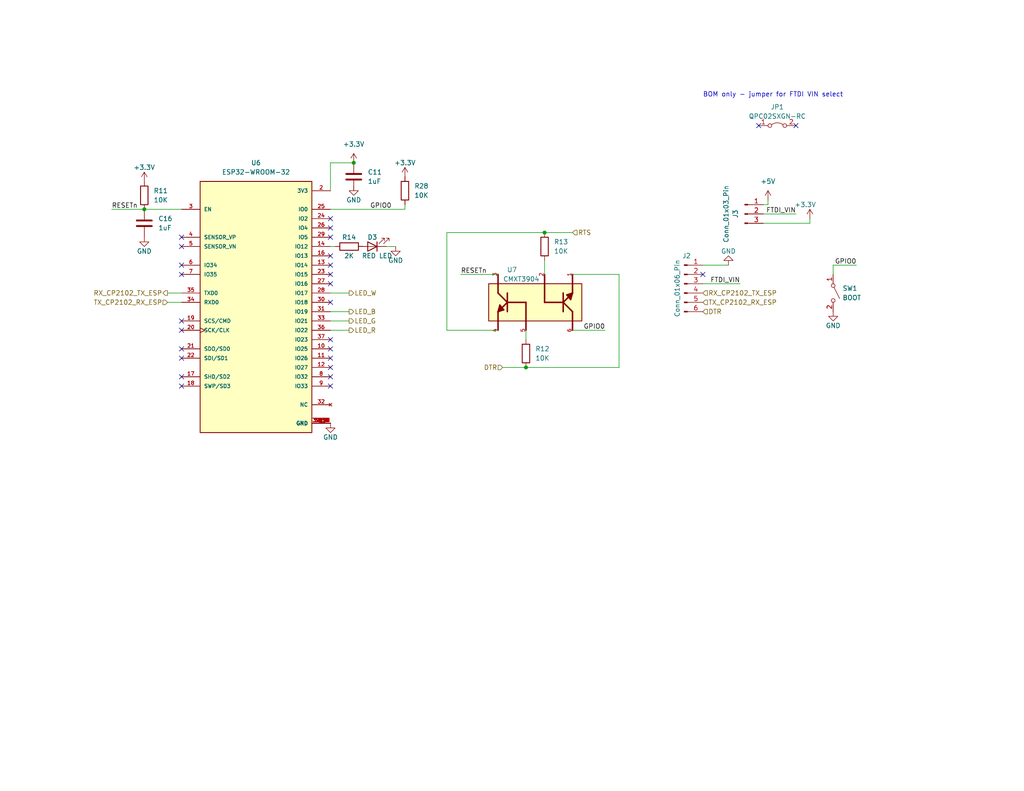
<source format=kicad_sch>
(kicad_sch (version 20230121) (generator eeschema)
  (paper "USLetter")
  (title_block (title "RGB LED Driver Demo Board") (date "2024-01-02") (rev "A02") (company "The Art and Science of PCB Design"))
  (lib_symbols
    (symbol "Connector:Conn_01x03_Pin" (pin_names (offset 1.016) hide)
      (property "Reference" "J" (at 0 5.08 0))
      (property "Value" "Conn_01x03_Pin" (at 0 -5.08 0))
      (symbol "Conn_01x03_Pin_1_1"
        (polyline (pts (xy 1.27 -2.54) (xy 0.8636 -2.54)) (stroke (width 0.1524)))
        (polyline (pts (xy 1.27 0) (xy 0.8636 0)) (stroke (width 0.1524)))
        (polyline (pts (xy 1.27 2.54) (xy 0.8636 2.54)) (stroke (width 0.1524)))
        (rectangle (start 0.8636 -2.413) (end 0 -2.667) (stroke (width 0.1524)) (fill (type outline)))
        (rectangle (start 0.8636 0.127) (end 0 -0.127) (stroke (width 0.1524)) (fill (type outline)))
        (rectangle (start 0.8636 2.667) (end 0 2.413) (stroke (width 0.1524)) (fill (type outline)))
        (pin passive line (at 5.08 2.54 180) (length 3.81) (name "Pin_1") (number "1"))
        (pin passive line (at 5.08 0 180) (length 3.81) (name "Pin_2") (number "2"))
        (pin passive line (at 5.08 -2.54 180) (length 3.81) (name "Pin_3") (number "3"))
      )
    )
    (symbol "Connector:Conn_01x06_Pin" (pin_names (offset 1.016) hide)
      (property "Reference" "J" (at 0 7.62 0))
      (property "Value" "Conn_01x06_Pin" (at 0 -10.16 0))
      (symbol "Conn_01x06_Pin_1_1"
        (polyline (pts (xy 1.27 -7.62) (xy 0.8636 -7.62)) (stroke (width 0.1524)))
        (polyline (pts (xy 1.27 -5.08) (xy 0.8636 -5.08)) (stroke (width 0.1524)))
        (polyline (pts (xy 1.27 -2.54) (xy 0.8636 -2.54)) (stroke (width 0.1524)))
        (polyline (pts (xy 1.27 0) (xy 0.8636 0)) (stroke (width 0.1524)))
        (polyline (pts (xy 1.27 2.54) (xy 0.8636 2.54)) (stroke (width 0.1524)))
        (polyline (pts (xy 1.27 5.08) (xy 0.8636 5.08)) (stroke (width 0.1524)))
        (rectangle (start 0.8636 -7.493) (end 0 -7.747) (stroke (width 0.1524)) (fill (type outline)))
        (rectangle (start 0.8636 -4.953) (end 0 -5.207) (stroke (width 0.1524)) (fill (type outline)))
        (rectangle (start 0.8636 -2.413) (end 0 -2.667) (stroke (width 0.1524)) (fill (type outline)))
        (rectangle (start 0.8636 0.127) (end 0 -0.127) (stroke (width 0.1524)) (fill (type outline)))
        (rectangle (start 0.8636 2.667) (end 0 2.413) (stroke (width 0.1524)) (fill (type outline)))
        (rectangle (start 0.8636 5.207) (end 0 4.953) (stroke (width 0.1524)) (fill (type outline)))
        (pin passive line (at 5.08 5.08 180) (length 3.81) (name "Pin_1") (number "1"))
        (pin passive line (at 5.08 2.54 180) (length 3.81) (name "Pin_2") (number "2"))
        (pin passive line (at 5.08 0 180) (length 3.81) (name "Pin_3") (number "3"))
        (pin passive line (at 5.08 -2.54 180) (length 3.81) (name "Pin_4") (number "4"))
        (pin passive line (at 5.08 -5.08 180) (length 3.81) (name "Pin_5") (number "5"))
        (pin passive line (at 5.08 -7.62 180) (length 3.81) (name "Pin_6") (number "6"))
      )
    )
    (symbol "Device:C" (pin_numbers hide) (pin_names (offset 0.254))
      (property "Reference" "C" (at 0.635 2.54 0))
      (property "Value" "C" (at 0.635 -2.54 0))
      (symbol "C_0_1"
        (polyline (pts (xy -2.032 -0.762) (xy 2.032 -0.762)) (stroke (width 0.508)))
        (polyline (pts (xy -2.032 0.762) (xy 2.032 0.762)) (stroke (width 0.508)))
      )
      (symbol "C_1_1"
        (pin passive line (at 0 3.81 270) (length 2.794) (name "~") (number "1"))
        (pin passive line (at 0 -3.81 90) (length 2.794) (name "~") (number "2"))
      )
    )
    (symbol "Device:LED" (pin_numbers hide) (pin_names (offset 1.016) hide)
      (property "Reference" "D" (at 0 2.54 0))
      (property "Value" "LED" (at 0 -2.54 0))
      (symbol "LED_0_1"
        (polyline (pts (xy -1.27 -1.27) (xy -1.27 1.27)) (stroke (width 0.254)))
        (polyline (pts (xy -1.27 0) (xy 1.27 0)))
        (polyline (pts (xy 1.27 -1.27) (xy 1.27 1.27) (xy -1.27 0) (xy 1.27 -1.27)) (stroke (width 0.254)))
        (polyline (pts (xy -3.048 -0.762) (xy -4.572 -2.286) (xy -3.81 -2.286) (xy -4.572 -2.286) (xy -4.572 -1.524)))
        (polyline (pts (xy -1.778 -0.762) (xy -3.302 -2.286) (xy -2.54 -2.286) (xy -3.302 -2.286) (xy -3.302 -1.524)))
      )
      (symbol "LED_1_1"
        (pin passive line (at -3.81 0 0) (length 2.54) (name "K") (number "1"))
        (pin passive line (at 3.81 0 180) (length 2.54) (name "A") (number "2"))
      )
    )
    (symbol "Device:R" (pin_numbers hide) (pin_names (offset 0))
      (property "Reference" "R" (at 2.032 0 90))
      (property "Value" "R" (at 0 0 90))
      (symbol "R_0_1"
        (rectangle (start -1.016 -2.54) (end 1.016 2.54) (stroke (width 0.254)))
      )
      (symbol "R_1_1"
        (pin passive line (at 0 3.81 270) (length 1.27) (name "~") (number "1"))
        (pin passive line (at 0 -3.81 90) (length 1.27) (name "~") (number "2"))
      )
    )
    (symbol "ESP32-WROOM-32:ESP32-WROOM-32" (pin_names (offset 1.016))
      (property "Reference" "U" (at -15.0359 36.6745 0))
      (property "Value" "ESP32-WROOM-32" (at -15.2867 -35.6681 0))
      (symbol "ESP32-WROOM-32_0_0"
        (rectangle (start -15.24 -33.02) (end 15.24 35.56) (stroke (width 0.254)) (fill (type background)))
        (pin power_in line (at 20.32 -30.48 180) (length 5.08) (name "GND") (number "1"))
        (pin bidirectional line (at 20.32 -10.16 180) (length 5.08) (name "IO25") (number "10"))
        (pin bidirectional line (at 20.32 -12.7 180) (length 5.08) (name "IO26") (number "11"))
        (pin bidirectional line (at 20.32 -15.24 180) (length 5.08) (name "IO27") (number "12"))
        (pin bidirectional line (at 20.32 12.7 180) (length 5.08) (name "IO14") (number "13"))
        (pin bidirectional line (at 20.32 17.78 180) (length 5.08) (name "IO12") (number "14"))
        (pin power_in line (at 20.32 -30.48 180) (length 5.08) (name "GND") (number "15"))
        (pin bidirectional line (at 20.32 15.24 180) (length 5.08) (name "IO13") (number "16"))
        (pin bidirectional line (at -20.32 -17.78 0) (length 5.08) (name "SHD/SD2") (number "17"))
        (pin bidirectional line (at -20.32 -20.32 0) (length 5.08) (name "SWP/SD3") (number "18"))
        (pin bidirectional line (at -20.32 -2.54 0) (length 5.08) (name "SCS/CMD") (number "19"))
        (pin power_in line (at 20.32 33.02 180) (length 5.08) (name "3V3") (number "2"))
        (pin bidirectional clock (at -20.32 -5.08 0) (length 5.08) (name "SCK/CLK") (number "20"))
        (pin bidirectional line (at -20.32 -10.16 0) (length 5.08) (name "SDO/SD0") (number "21"))
        (pin bidirectional line (at -20.32 -12.7 0) (length 5.08) (name "SDI/SD1") (number "22"))
        (pin bidirectional line (at 20.32 10.16 180) (length 5.08) (name "IO15") (number "23"))
        (pin bidirectional line (at 20.32 25.4 180) (length 5.08) (name "IO2") (number "24"))
        (pin bidirectional line (at 20.32 27.94 180) (length 5.08) (name "IO0") (number "25"))
        (pin bidirectional line (at 20.32 22.86 180) (length 5.08) (name "IO4") (number "26"))
        (pin bidirectional line (at 20.32 7.62 180) (length 5.08) (name "IO16") (number "27"))
        (pin bidirectional line (at 20.32 5.08 180) (length 5.08) (name "IO17") (number "28"))
        (pin bidirectional line (at 20.32 20.32 180) (length 5.08) (name "IO5") (number "29"))
        (pin input line (at -20.32 27.94 0) (length 5.08) (name "EN") (number "3"))
        (pin bidirectional line (at 20.32 2.54 180) (length 5.08) (name "IO18") (number "30"))
        (pin bidirectional line (at 20.32 0 180) (length 5.08) (name "IO19") (number "31"))
        (pin no_connect line (at 20.32 -25.4 180) (length 5.08) (name "NC") (number "32"))
        (pin bidirectional line (at 20.32 -2.54 180) (length 5.08) (name "IO21") (number "33"))
        (pin bidirectional line (at -20.32 2.54 0) (length 5.08) (name "RXD0") (number "34"))
        (pin bidirectional line (at -20.32 5.08 0) (length 5.08) (name "TXD0") (number "35"))
        (pin bidirectional line (at 20.32 -5.08 180) (length 5.08) (name "IO22") (number "36"))
        (pin bidirectional line (at 20.32 -7.62 180) (length 5.08) (name "IO23") (number "37"))
        (pin power_in line (at 20.32 -30.48 180) (length 5.08) (name "GND") (number "38"))
        (pin power_in line (at 20.32 -30.48 180) (length 5.08) (name "GND") (number "39_1"))
        (pin power_in line (at 20.32 -30.48 180) (length 5.08) (name "GND") (number "39_10"))
        (pin power_in line (at 20.32 -30.48 180) (length 5.08) (name "GND") (number "39_11"))
        (pin power_in line (at 20.32 -30.48 180) (length 5.08) (name "GND") (number "39_12"))
        (pin power_in line (at 20.32 -30.48 180) (length 5.08) (name "GND") (number "39_13"))
        (pin power_in line (at 20.32 -30.48 180) (length 5.08) (name "GND") (number "39_14"))
        (pin power_in line (at 20.32 -30.48 180) (length 5.08) (name "GND") (number "39_15"))
        (pin power_in line (at 20.32 -30.48 180) (length 5.08) (name "GND") (number "39_16"))
        (pin power_in line (at 20.32 -30.48 180) (length 5.08) (name "GND") (number "39_17"))
        (pin power_in line (at 20.32 -30.48 180) (length 5.08) (name "GND") (number "39_18"))
        (pin power_in line (at 20.32 -30.48 180) (length 5.08) (name "GND") (number "39_19"))
        (pin power_in line (at 20.32 -30.48 180) (length 5.08) (name "GND") (number "39_2"))
        (pin power_in line (at 20.32 -30.48 180) (length 5.08) (name "GND") (number "39_20"))
        (pin power_in line (at 20.32 -30.48 180) (length 5.08) (name "GND") (number "39_21"))
        (pin power_in line (at 20.32 -30.48 180) (length 5.08) (name "GND") (number "39_3"))
        (pin power_in line (at 20.32 -30.48 180) (length 5.08) (name "GND") (number "39_4"))
        (pin power_in line (at 20.32 -30.48 180) (length 5.08) (name "GND") (number "39_5"))
        (pin power_in line (at 20.32 -30.48 180) (length 5.08) (name "GND") (number "39_6"))
        (pin power_in line (at 20.32 -30.48 180) (length 5.08) (name "GND") (number "39_7"))
        (pin power_in line (at 20.32 -30.48 180) (length 5.08) (name "GND") (number "39_8"))
        (pin power_in line (at 20.32 -30.48 180) (length 5.08) (name "GND") (number "39_9"))
        (pin input line (at -20.32 20.32 0) (length 5.08) (name "SENSOR_VP") (number "4"))
        (pin input line (at -20.32 17.78 0) (length 5.08) (name "SENSOR_VN") (number "5"))
        (pin input line (at -20.32 12.7 0) (length 5.08) (name "IO34") (number "6"))
        (pin input line (at -20.32 10.16 0) (length 5.08) (name "IO35") (number "7"))
        (pin bidirectional line (at 20.32 -17.78 180) (length 5.08) (name "IO32") (number "8"))
        (pin bidirectional line (at 20.32 -20.32 180) (length 5.08) (name "IO33") (number "9"))
      )
    )
    (symbol "Jumper:Jumper_2_Bridged" (pin_names (offset 0) hide)
      (property "Reference" "JP" (at 0 1.905 0))
      (property "Value" "Jumper_2_Bridged" (at 0 -2.54 0))
      (symbol "Jumper_2_Bridged_0_0"
        (circle (center -2.032 0) (radius 0.508))
        (circle (center 2.032 0) (radius 0.508))
      )
      (symbol "Jumper_2_Bridged_0_1"
        (arc (start 1.524 0.254) (mid 0 0.762) (end -1.524 0.254))
      )
      (symbol "Jumper_2_Bridged_1_1"
        (pin passive line (at -5.08 0 0) (length 2.54) (name "A") (number "1"))
        (pin passive line (at 5.08 0 180) (length 2.54) (name "B") (number "2"))
      )
    )
    (symbol "MBT3904DW1T1G:MBT3904DW1T1G" (pin_names (offset 1.016))
      (property "Reference" "U" (at 0 0 0))
      (property "Value" "MBT3904DW1T1G" (at 0 0 0))
      (symbol "MBT3904DW1T1G_0_0"
        (rectangle (start -12.7 5.08) (end 12.7 -5.08) (stroke (width 0.254)) (fill (type background)))
        (polyline (pts (xy -10.16 -2.54) (xy -10.16 -7.62)) (stroke (width 0.4064)))
        (polyline (pts (xy -10.16 -2.54) (xy -8.636 -2.032)) (stroke (width 0.4064)))
        (polyline (pts (xy -10.16 2.54) (xy -10.16 7.62)) (stroke (width 0.4064)))
        (polyline (pts (xy -9.906 -1.778) (xy -9.652 -1.27)) (stroke (width 0.4064)))
        (polyline (pts (xy -9.652 -1.524) (xy -9.906 -1.778)) (stroke (width 0.4064)))
        (polyline (pts (xy -9.652 -1.27) (xy -9.398 -1.524)) (stroke (width 0.4064)))
        (polyline (pts (xy -9.652 -0.762) (xy -10.16 -2.54)) (stroke (width 0.4064)))
        (polyline (pts (xy -9.398 -2.032) (xy -9.652 -1.524)) (stroke (width 0.4064)))
        (polyline (pts (xy -9.144 -2.032) (xy -9.144 -1.778)) (stroke (width 0.4064)))
        (polyline (pts (xy -9.144 -1.778) (xy -9.398 -2.032)) (stroke (width 0.4064)))
        (polyline (pts (xy -8.636 -2.032) (xy -9.652 -0.762)) (stroke (width 0.4064)))
        (polyline (pts (xy -8.636 -2.032) (xy -9.144 -2.032)) (stroke (width 0.4064)))
        (polyline (pts (xy -7.62 0) (xy -10.16 -2.54)) (stroke (width 0.4064)))
        (polyline (pts (xy -7.62 0) (xy -10.16 2.54)) (stroke (width 0.4064)))
        (polyline (pts (xy -7.62 0) (xy -7.62 -2.54)) (stroke (width 0.4064)))
        (polyline (pts (xy -7.62 0) (xy -2.54 0)) (stroke (width 0.4064)))
        (polyline (pts (xy -7.62 2.54) (xy -7.62 0)) (stroke (width 0.4064)))
        (polyline (pts (xy -2.54 0) (xy -2.54 -7.62)) (stroke (width 0.4064)))
        (polyline (pts (xy 2.54 0) (xy 2.54 7.62)) (stroke (width 0.4064)))
        (polyline (pts (xy 7.62 -2.54) (xy 7.62 0)) (stroke (width 0.4064)))
        (polyline (pts (xy 7.62 0) (xy 2.54 0)) (stroke (width 0.4064)))
        (polyline (pts (xy 7.62 0) (xy 7.62 2.54)) (stroke (width 0.4064)))
        (polyline (pts (xy 7.62 0) (xy 10.16 -2.54)) (stroke (width 0.4064)))
        (polyline (pts (xy 7.62 0) (xy 10.16 2.54)) (stroke (width 0.4064)))
        (polyline (pts (xy 8.636 2.032) (xy 9.144 2.032)) (stroke (width 0.4064)))
        (polyline (pts (xy 8.636 2.032) (xy 9.652 0.762)) (stroke (width 0.4064)))
        (polyline (pts (xy 9.144 1.778) (xy 9.398 2.032)) (stroke (width 0.4064)))
        (polyline (pts (xy 9.144 2.032) (xy 9.144 1.778)) (stroke (width 0.4064)))
        (polyline (pts (xy 9.398 2.032) (xy 9.652 1.524)) (stroke (width 0.4064)))
        (polyline (pts (xy 9.652 0.762) (xy 10.16 2.54)) (stroke (width 0.4064)))
        (polyline (pts (xy 9.652 1.27) (xy 9.398 1.524)) (stroke (width 0.4064)))
        (polyline (pts (xy 9.652 1.524) (xy 9.906 1.778)) (stroke (width 0.4064)))
        (polyline (pts (xy 9.906 1.778) (xy 9.652 1.27)) (stroke (width 0.4064)))
        (polyline (pts (xy 10.16 -2.54) (xy 10.16 -7.62)) (stroke (width 0.4064)))
        (polyline (pts (xy 10.16 2.54) (xy 8.636 2.032)) (stroke (width 0.4064)))
        (polyline (pts (xy 10.16 2.54) (xy 10.16 7.62)) (stroke (width 0.4064)))
        (pin bidirectional line (at 10.16 7.62 90) (length 0) (name "~") (number "1"))
        (pin bidirectional line (at 2.54 7.62 90) (length 0) (name "~") (number "2"))
        (pin bidirectional line (at -10.16 7.62 90) (length 0) (name "~") (number "3"))
        (pin bidirectional line (at -10.16 -7.62 270) (length 0) (name "~") (number "4"))
        (pin bidirectional line (at -2.54 -7.62 270) (length 0) (name "~") (number "5"))
        (pin bidirectional line (at 10.16 -7.62 270) (length 0) (name "~") (number "6"))
      )
    )
    (symbol "Switch:SW_SPST" (pin_names (offset 0) hide)
      (property "Reference" "SW" (at 0 3.175 0))
      (property "Value" "SW_SPST" (at 0 -2.54 0))
      (symbol "SW_SPST_0_0"
        (circle (center -2.032 0) (radius 0.508))
        (polyline (pts (xy -1.524 0.254) (xy 1.524 1.778)))
        (circle (center 2.032 0) (radius 0.508))
      )
      (symbol "SW_SPST_1_1"
        (pin passive line (at -5.08 0 0) (length 2.54) (name "A") (number "1"))
        (pin passive line (at 5.08 0 180) (length 2.54) (name "B") (number "2"))
      )
    )
    (symbol "power:+3.3V" (power) (pin_names (offset 0))
      (property "Value" "+3.3V" (at 0 3.556 0))
      (symbol "+3.3V_0_1"
        (polyline (pts (xy -0.762 1.27) (xy 0 2.54)))
        (polyline (pts (xy 0 0) (xy 0 2.54)))
        (polyline (pts (xy 0 2.54) (xy 0.762 1.27)))
      )
      (symbol "+3.3V_1_1"
        (pin power_in line (at 0 0 90) (length 0) hide (name "+3.3V") (number "1"))
      )
    )
    (symbol "power:+5V" (power) (pin_names (offset 0))
      (property "Value" "+5V" (at 0 3.556 0))
      (symbol "+5V_0_1"
        (polyline (pts (xy -0.762 1.27) (xy 0 2.54)))
        (polyline (pts (xy 0 0) (xy 0 2.54)))
        (polyline (pts (xy 0 2.54) (xy 0.762 1.27)))
      )
      (symbol "+5V_1_1"
        (pin power_in line (at 0 0 90) (length 0) hide (name "+5V") (number "1"))
      )
    )
    (symbol "power:GND" (power) (pin_names (offset 0))
      (property "Value" "GND" (at 0 -3.81 0))
      (symbol "GND_0_1"
        (polyline (pts (xy 0 0) (xy 0 -1.27) (xy 1.27 -1.27) (xy 0 -2.54) (xy -1.27 -1.27) (xy 0 -1.27)))
      )
      (symbol "GND_1_1"
        (pin power_in line (at 0 0 270) (length 0) hide (name "GND") (number "1"))
      )
    )
  )
  (junction (at 39.37 57.15))
  (junction (at 148.59 63.5))
  (junction (at 143.51 100.33))
  (junction (at 96.52 44.45))
  (no_connect (at 49.53 97.79))
  (no_connect (at 49.53 90.17))
  (no_connect (at 49.53 74.93))
  (no_connect (at 49.53 64.77))
  (no_connect (at 90.17 100.33))
  (no_connect (at 191.77 74.93))
  (no_connect (at 49.53 102.87))
  (no_connect (at 90.17 92.71))
  (no_connect (at 49.53 87.63))
  (no_connect (at 49.53 95.25))
  (no_connect (at 49.53 67.31))
  (no_connect (at 90.17 62.23))
  (no_connect (at 207.01 34.29))
  (no_connect (at 49.53 105.41))
  (no_connect (at 90.17 59.69))
  (no_connect (at 90.17 97.79))
  (no_connect (at 90.17 64.77))
  (no_connect (at 49.53 72.39))
  (no_connect (at 217.17 34.29))
  (no_connect (at 90.17 69.85))
  (no_connect (at 90.17 74.93))
  (no_connect (at 90.17 77.47))
  (no_connect (at 90.17 95.25))
  (no_connect (at 90.17 82.55))
  (no_connect (at 90.17 105.41))
  (no_connect (at 90.17 72.39))
  (no_connect (at 90.17 102.87))
  (wire (pts (xy 168.91 100.33) (xy 143.51 100.33)))
  (wire (pts (xy 137.16 100.33) (xy 143.51 100.33)))
  (wire (pts (xy 209.55 55.88) (xy 209.55 54.61)))
  (wire (pts (xy 90.17 44.45) (xy 96.52 44.45)))
  (wire (pts (xy 45.72 82.55) (xy 49.53 82.55)))
  (wire (pts (xy 110.49 55.88) (xy 110.49 57.15)))
  (wire (pts (xy 198.755 72.39) (xy 191.77 72.39)))
  (wire (pts (xy 125.73 74.93) (xy 135.89 74.93)))
  (wire (pts (xy 90.17 52.07) (xy 90.17 44.45)))
  (wire (pts (xy 99.06 67.31) (xy 97.79 67.31)))
  (wire (pts (xy 95.25 90.17) (xy 90.17 90.17)))
  (wire (pts (xy 156.21 74.93) (xy 168.91 74.93)))
  (wire (pts (xy 107.95 67.31) (xy 105.41 67.31)))
  (wire (pts (xy 95.25 87.63) (xy 90.17 87.63)))
  (wire (pts (xy 168.91 74.93) (xy 168.91 100.33)))
  (wire (pts (xy 156.21 90.17) (xy 165.1 90.17)))
  (wire (pts (xy 201.93 77.47) (xy 191.77 77.47)))
  (wire (pts (xy 91.44 67.31) (xy 90.17 67.31)))
  (wire (pts (xy 148.59 63.5) (xy 156.21 63.5)))
  (wire (pts (xy 233.68 72.39) (xy 227.33 72.39)))
  (wire (pts (xy 39.37 57.15) (xy 49.53 57.15)))
  (wire (pts (xy 121.92 63.5) (xy 148.59 63.5)))
  (wire (pts (xy 227.33 72.39) (xy 227.33 74.93)))
  (wire (pts (xy 143.51 92.71) (xy 143.51 90.17)))
  (wire (pts (xy 208.28 58.42) (xy 217.17 58.42)))
  (wire (pts (xy 148.59 71.12) (xy 148.59 74.93)))
  (wire (pts (xy 90.17 80.01) (xy 95.25 80.01)))
  (wire (pts (xy 95.25 85.09) (xy 90.17 85.09)))
  (wire (pts (xy 135.89 90.17) (xy 121.92 90.17)))
  (wire (pts (xy 45.72 80.01) (xy 49.53 80.01)))
  (wire (pts (xy 121.92 90.17) (xy 121.92 63.5)))
  (wire (pts (xy 30.48 57.15) (xy 39.37 57.15)))
  (wire (pts (xy 220.98 59.69) (xy 220.98 60.96)))
  (wire (pts (xy 96.52 50.8) (xy 96.52 52.07)))
  (wire (pts (xy 90.17 57.15) (xy 110.49 57.15)))
  (wire (pts (xy 209.55 55.88) (xy 208.28 55.88)))
  (wire (pts (xy 220.98 60.96) (xy 208.28 60.96)))
  (text "BOM only - jumper for FTDI VIN select" (at 191.77 26.67 0) (effects (font (size 1.27 1.27)) (justify left bottom)))
  (label "GPIO0" (at 233.68 72.39 180))
  (label "RESETn" (at 30.48 57.15 0))
  (label "GPIO0" (at 165.1 90.17 180))
  (label "GPIO0" (at 100.965 57.15 0))
  (label "FTDI_VIN" (at 217.17 58.42 180))
  (label "RESETn" (at 125.73 74.93 0))
  (label "FTDI_VIN" (at 201.93 77.47 180))
  (hierarchical_label "TX_CP2102_RX_ESP" (shape input) (at 45.72 82.55 180))
  (hierarchical_label "RTS" (shape input) (at 156.21 63.5 0))
  (hierarchical_label "DTR" (shape input) (at 137.16 100.33 180))
  (hierarchical_label "LED_W" (shape output) (at 95.25 80.01 0))
  (hierarchical_label "RX_CP2102_TX_ESP" (shape input) (at 191.77 80.01 0))
  (hierarchical_label "TX_CP2102_RX_ESP" (shape input) (at 191.77 82.55 0))
  (hierarchical_label "DTR" (shape input) (at 191.77 85.09 0))
  (hierarchical_label "RX_CP2102_TX_ESP" (shape output) (at 45.72 80.01 180))
  (hierarchical_label "LED_R" (shape output) (at 95.25 90.17 0))
  (hierarchical_label "LED_B" (shape output) (at 95.25 85.09 0))
  (hierarchical_label "LED_G" (shape output) (at 95.25 87.63 0))
  (symbol (lib_id "power:GND") (at 90.17 115.57 0) (unit 1)
    (property "Reference" "#PWR026" (effects hide))
    (property "Value" "GND" (at 90.17 119.38 0))
  )
  (symbol (lib_id "Device:R") (at 39.37 53.34 0) (unit 1)
    (property "Reference" "R11" (at 41.91 52.07 0) (effects (justify left)))
    (property "Value" "10K" (at 41.91 54.61 0) (effects (justify left)))
    (property "Footprint" "Resistor_SMD:R_0805_2012Metric_Pad1.20x1.40mm_HandSolder" (effects hide))
    (property "Digikey PN" "RMCF0805FT10K0CT-ND" (effects hide))
    (property "MPN" "RMCF0805FT10K0" (effects hide))
  )
  (symbol (lib_id "Jumper:Jumper_2_Bridged") (at 212.09 34.29 0) (unit 1) (on_board no)
    (property "Reference" "JP1" (at 212.09 29.21 0))
    (property "Value" "QPC02SXGN-RC" (at 212.09 31.75 0))
    (property "Digikey PN" "S9337-ND" (effects hide))
    (property "MPN" "QPC02SXGN-RC" (effects hide))
  )
  (symbol (lib_id "power:+3.3V") (at 96.52 44.45 0) (unit 1)
    (property "Reference" "#PWR028" (effects hide))
    (property "Value" "+3.3V" (at 96.52 39.37 0))
  )
  (symbol (lib_id "power:GND") (at 96.52 50.8 0) (unit 1)
    (property "Reference" "#PWR021" (effects hide))
    (property "Value" "GND" (at 96.52 54.61 0))
  )
  (symbol (lib_id "power:+3.3V") (at 220.98 59.69 0) (unit 1)
    (property "Reference" "#PWR023" (effects hide))
    (property "Value" "+3.3V" (at 219.71 55.88 0))
  )
  (symbol (lib_id "Switch:SW_SPST") (at 227.33 80.01 270) (unit 1)
    (property "Reference" "SW1" (at 229.87 78.74 90) (effects (justify left)))
    (property "Value" "BOOT" (at 229.87 81.28 90) (effects (justify left)))
    (property "Footprint" "Button_Switch_SMD:SW_SPST_FSMSM" (effects hide))
    (property "Digikey PN" "450-1140-ND" (effects hide))
    (property "MPN" "FSMSM" (effects hide))
  )
  (symbol (lib_id "power:GND") (at 227.33 85.09 0) (unit 1)
    (property "Reference" "#PWR024" (effects hide))
    (property "Value" "GND" (at 227.33 88.9 0))
  )
  (symbol (lib_id "Device:R") (at 143.51 96.52 0) (unit 1)
    (property "Reference" "R12" (at 146.05 95.25 0) (effects (justify left)))
    (property "Value" "10K" (at 146.05 97.79 0) (effects (justify left)))
    (property "Footprint" "Resistor_SMD:R_0805_2012Metric_Pad1.20x1.40mm_HandSolder" (effects hide))
    (property "Digikey PN" "RMCF0805FT10K0CT-ND" (effects hide))
    (property "MPN" "RMCF0805FT10K0" (effects hide))
  )
  (symbol (lib_id "Device:R") (at 95.25 67.31 90) (unit 1)
    (property "Reference" "R14" (at 95.25 64.77 90))
    (property "Value" "2K" (at 95.25 69.85 90))
    (property "Footprint" "Resistor_SMD:R_0805_2012Metric_Pad1.20x1.40mm_HandSolder" (effects hide))
    (property "Digikey PN" "RMCF0805FT2K00CT-ND" (effects hide))
    (property "MPN" "RMCF0805FT2K00" (effects hide))
  )
  (symbol (lib_id "Device:LED") (at 101.6 67.31 180) (unit 1)
    (property "Reference" "D3" (at 101.6 64.77 0))
    (property "Value" "RED LED" (at 102.87 69.85 0))
    (property "Footprint" "LED_SMD:LED_0805_2012Metric_Pad1.15x1.40mm_HandSolder" (effects hide))
    (property "Digikey PN" "160-1427-1-ND" (effects hide))
    (property "MPN" "LTST-C171KRKT" (effects hide))
  )
  (symbol (lib_id "Device:R") (at 110.49 52.07 0) (unit 1)
    (property "Reference" "R28" (at 113.03 50.8 0) (effects (justify left)))
    (property "Value" "10K" (at 113.03 53.34 0) (effects (justify left)))
    (property "Footprint" "Resistor_SMD:R_0805_2012Metric_Pad1.20x1.40mm_HandSolder" (effects hide))
    (property "Digikey PN" "RMCF0805FT10K0CT-ND" (effects hide))
    (property "MPN" "RMCF0805FT10K0" (effects hide))
  )
  (symbol (lib_id "ESP32-WROOM-32:ESP32-WROOM-32") (at 69.85 85.09 0) (unit 1)
    (property "Reference" "U6" (at 69.85 44.45 0))
    (property "Value" "ESP32-WROOM-32" (at 69.85 46.99 0))
    (property "Footprint" "rgb_led_driver_footprints:ESP32" (effects hide))
    (property "Digikey PN" "1965-ESP32-WROOM-32E-N4CT-ND" (effects hide))
    (property "MPN" "ESP32-WROOM-32E-N4" (effects hide))
  )
  (symbol (lib_id "Connector:Conn_01x03_Pin") (at 203.2 58.42 0) (unit 1)
    (property "Reference" "J3" (at 200.66 58.42 90))
    (property "Value" "Conn_01x03_Pin" (at 198.12 58.42 90))
    (property "Footprint" "Connector_PinHeader_2.54mm:PinHeader_1x03_P2.54mm_Vertical" (effects hide))
    (property "Digikey PN" "2057-PH1-03-UA-ND" (effects hide))
    (property "MPN" "PH1-03-UA" (effects hide))
  )
  (symbol (lib_id "Device:C") (at 96.52 48.26 0) (unit 1)
    (property "Reference" "C11" (at 100.33 46.99 0) (effects (justify left)))
    (property "Value" "1uF" (at 100.33 49.53 0) (effects (justify left)))
    (property "Footprint" "Capacitor_SMD:C_0805_2012Metric_Pad1.18x1.45mm_HandSolder" (effects hide))
    (property "Digikey PN" "1276-1029-1-ND" (effects hide))
    (property "MPN" "CL21B105KBFNNNE" (effects hide))
  )
  (symbol (lib_id "power:GND") (at 198.755 72.39 180) (unit 1)
    (property "Reference" "#PWR07" (effects hide))
    (property "Value" "GND" (at 198.755 68.58 0))
  )
  (symbol (lib_id "power:+5V") (at 209.55 54.61 0) (unit 1)
    (property "Reference" "#PWR055" (effects hide))
    (property "Value" "+5V" (at 209.55 49.53 0))
  )
  (symbol (lib_id "Connector:Conn_01x06_Pin") (at 186.69 77.47 0) (unit 1)
    (property "Reference" "J2" (at 187.325 69.85 0))
    (property "Value" "Conn_01x06_Pin" (at 184.785 78.74 90))
    (property "Footprint" "Connector_PinHeader_2.54mm:PinHeader_1x06_P2.54mm_Vertical" (effects hide))
    (property "Digikey PN" "2057-PH1-06-UA-ND" (effects hide))
    (property "MPN" "PH1-06-UA" (effects hide))
  )
  (symbol (lib_id "Device:R") (at 148.59 67.31 0) (unit 1)
    (property "Reference" "R13" (at 151.13 66.04 0) (effects (justify left)))
    (property "Value" "10K" (at 151.13 68.58 0) (effects (justify left)))
    (property "Footprint" "Resistor_SMD:R_0805_2012Metric_Pad1.20x1.40mm_HandSolder" (effects hide))
    (property "Digikey PN" "RMCF0805FT10K0CT-ND" (effects hide))
    (property "MPN" "RMCF0805FT10K0" (effects hide))
  )
  (symbol (lib_id "MBT3904DW1T1G:MBT3904DW1T1G") (at 146.05 82.55 0) (unit 1)
    (property "Reference" "U7" (at 139.7 73.66 0))
    (property "Value" "CMXT3904" (at 142.24 76.2 0))
    (property "Footprint" "Package_TO_SOT_SMD:SOT-23-6_Handsoldering" (effects hide))
    (property "Digikey PN" "1514-CMXT3904TRPBFREECT-ND" (effects hide))
    (property "MPN" "CMXT3904" (effects hide))
  )
  (symbol (lib_id "power:+3.3V") (at 110.49 48.26 0) (unit 1)
    (property "Reference" "#PWR058" (effects hide))
    (property "Value" "+3.3V" (at 110.49 44.45 0))
  )
  (symbol (lib_id "Device:C") (at 39.37 60.96 0) (unit 1)
    (property "Reference" "C16" (at 43.18 59.69 0) (effects (justify left)))
    (property "Value" "1uF" (at 43.18 62.23 0) (effects (justify left)))
    (property "Footprint" "Capacitor_SMD:C_0805_2012Metric_Pad1.18x1.45mm_HandSolder" (effects hide))
    (property "Digikey PN" "1276-1029-1-ND" (effects hide))
    (property "MPN" "CL21B105KBFNNNE" (effects hide))
  )
  (symbol (lib_id "power:GND") (at 39.37 64.77 0) (unit 1)
    (property "Reference" "#PWR057" (effects hide))
    (property "Value" "GND" (at 39.37 68.58 0))
  )
  (symbol (lib_id "power:+3.3V") (at 39.37 49.53 0) (unit 1)
    (property "Reference" "#PWR022" (effects hide))
    (property "Value" "+3.3V" (at 39.37 45.72 0))
  )
  (symbol (lib_id "power:GND") (at 107.95 67.31 0) (unit 1)
    (property "Reference" "#PWR025" (effects hide))
    (property "Value" "GND" (at 107.95 71.12 0))
  )
)
</source>
